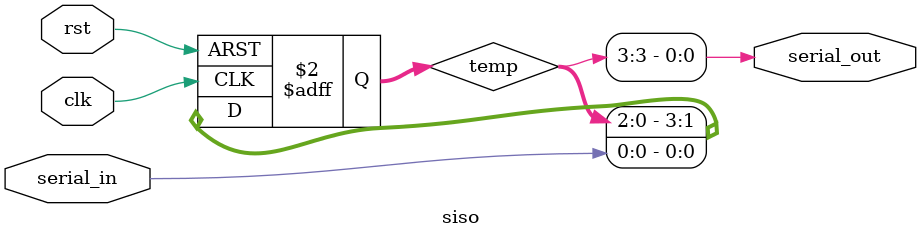
<source format=sv>
module siso #(parameter N = 4)(
  input logic clk, 
  input logic rst, 
  input logic serial_in,
  output logic serial_out
);
  
  logic [N-1:0] temp;
  
  always_ff@(posedge clk, posedge rst) begin
    if (rst) begin
      temp <= '0; // At rst = 1, resets value to 0
    end
    else begin
      //Left-Shift Operation at rst = 0, clk = 1
      temp <= {temp[N-2:0],serial_in};
    end
  end
  
  assign serial_out = temp[N-1];
  
endmodule
</source>
